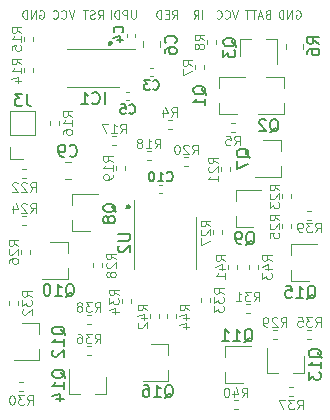
<source format=gbo>
%TF.GenerationSoftware,KiCad,Pcbnew,5.1.10-88a1d61d58~88~ubuntu18.04.1*%
%TF.CreationDate,2021-08-09T12:07:12+05:30*%
%TF.ProjectId,dhadak,64686164-616b-42e6-9b69-6361645f7063,1*%
%TF.SameCoordinates,Original*%
%TF.FileFunction,Legend,Bot*%
%TF.FilePolarity,Positive*%
%FSLAX46Y46*%
G04 Gerber Fmt 4.6, Leading zero omitted, Abs format (unit mm)*
G04 Created by KiCad (PCBNEW 5.1.10-88a1d61d58~88~ubuntu18.04.1) date 2021-08-09 12:07:12*
%MOMM*%
%LPD*%
G01*
G04 APERTURE LIST*
%ADD10C,0.400000*%
%ADD11C,0.110000*%
%ADD12C,0.120000*%
%ADD13C,0.150000*%
%ADD14C,0.130000*%
G04 APERTURE END LIST*
D10*
X126544605Y-96647000D02*
G75*
G03*
X126544605Y-96647000I-52605J0D01*
G01*
D11*
X128701666Y-93850666D02*
X128701666Y-94417333D01*
X128668333Y-94484000D01*
X128635000Y-94517333D01*
X128568333Y-94550666D01*
X128435000Y-94550666D01*
X128368333Y-94517333D01*
X128335000Y-94484000D01*
X128301666Y-94417333D01*
X128301666Y-93850666D01*
X127968333Y-94550666D02*
X127968333Y-93850666D01*
X127701666Y-93850666D01*
X127635000Y-93884000D01*
X127601666Y-93917333D01*
X127568333Y-93984000D01*
X127568333Y-94084000D01*
X127601666Y-94150666D01*
X127635000Y-94184000D01*
X127701666Y-94217333D01*
X127968333Y-94217333D01*
X127268333Y-94550666D02*
X127268333Y-93850666D01*
X127101666Y-93850666D01*
X127001666Y-93884000D01*
X126935000Y-93950666D01*
X126901666Y-94017333D01*
X126868333Y-94150666D01*
X126868333Y-94250666D01*
X126901666Y-94384000D01*
X126935000Y-94450666D01*
X127001666Y-94517333D01*
X127101666Y-94550666D01*
X127268333Y-94550666D01*
X126568333Y-94550666D02*
X126568333Y-93850666D01*
X125478333Y-94550666D02*
X125711666Y-94217333D01*
X125878333Y-94550666D02*
X125878333Y-93850666D01*
X125611666Y-93850666D01*
X125545000Y-93884000D01*
X125511666Y-93917333D01*
X125478333Y-93984000D01*
X125478333Y-94084000D01*
X125511666Y-94150666D01*
X125545000Y-94184000D01*
X125611666Y-94217333D01*
X125878333Y-94217333D01*
X125211666Y-94517333D02*
X125111666Y-94550666D01*
X124945000Y-94550666D01*
X124878333Y-94517333D01*
X124845000Y-94484000D01*
X124811666Y-94417333D01*
X124811666Y-94350666D01*
X124845000Y-94284000D01*
X124878333Y-94250666D01*
X124945000Y-94217333D01*
X125078333Y-94184000D01*
X125145000Y-94150666D01*
X125178333Y-94117333D01*
X125211666Y-94050666D01*
X125211666Y-93984000D01*
X125178333Y-93917333D01*
X125145000Y-93884000D01*
X125078333Y-93850666D01*
X124911666Y-93850666D01*
X124811666Y-93884000D01*
X124611666Y-93850666D02*
X124211666Y-93850666D01*
X124411666Y-94550666D02*
X124411666Y-93850666D01*
X123488333Y-93850666D02*
X123255000Y-94550666D01*
X123021666Y-93850666D01*
X122388333Y-94484000D02*
X122421666Y-94517333D01*
X122521666Y-94550666D01*
X122588333Y-94550666D01*
X122688333Y-94517333D01*
X122755000Y-94450666D01*
X122788333Y-94384000D01*
X122821666Y-94250666D01*
X122821666Y-94150666D01*
X122788333Y-94017333D01*
X122755000Y-93950666D01*
X122688333Y-93884000D01*
X122588333Y-93850666D01*
X122521666Y-93850666D01*
X122421666Y-93884000D01*
X122388333Y-93917333D01*
X121688333Y-94484000D02*
X121721666Y-94517333D01*
X121821666Y-94550666D01*
X121888333Y-94550666D01*
X121988333Y-94517333D01*
X122055000Y-94450666D01*
X122088333Y-94384000D01*
X122121666Y-94250666D01*
X122121666Y-94150666D01*
X122088333Y-94017333D01*
X122055000Y-93950666D01*
X121988333Y-93884000D01*
X121888333Y-93850666D01*
X121821666Y-93850666D01*
X121721666Y-93884000D01*
X121688333Y-93917333D01*
X120548333Y-93884000D02*
X120615000Y-93850666D01*
X120715000Y-93850666D01*
X120815000Y-93884000D01*
X120881666Y-93950666D01*
X120915000Y-94017333D01*
X120948333Y-94150666D01*
X120948333Y-94250666D01*
X120915000Y-94384000D01*
X120881666Y-94450666D01*
X120815000Y-94517333D01*
X120715000Y-94550666D01*
X120648333Y-94550666D01*
X120548333Y-94517333D01*
X120515000Y-94484000D01*
X120515000Y-94250666D01*
X120648333Y-94250666D01*
X120215000Y-94550666D02*
X120215000Y-93850666D01*
X119815000Y-94550666D01*
X119815000Y-93850666D01*
X119481666Y-94550666D02*
X119481666Y-93850666D01*
X119315000Y-93850666D01*
X119215000Y-93884000D01*
X119148333Y-93950666D01*
X119115000Y-94017333D01*
X119081666Y-94150666D01*
X119081666Y-94250666D01*
X119115000Y-94384000D01*
X119148333Y-94450666D01*
X119215000Y-94517333D01*
X119315000Y-94550666D01*
X119481666Y-94550666D01*
X142265333Y-93884000D02*
X142332000Y-93850666D01*
X142432000Y-93850666D01*
X142532000Y-93884000D01*
X142598666Y-93950666D01*
X142632000Y-94017333D01*
X142665333Y-94150666D01*
X142665333Y-94250666D01*
X142632000Y-94384000D01*
X142598666Y-94450666D01*
X142532000Y-94517333D01*
X142432000Y-94550666D01*
X142365333Y-94550666D01*
X142265333Y-94517333D01*
X142232000Y-94484000D01*
X142232000Y-94250666D01*
X142365333Y-94250666D01*
X141932000Y-94550666D02*
X141932000Y-93850666D01*
X141532000Y-94550666D01*
X141532000Y-93850666D01*
X141198666Y-94550666D02*
X141198666Y-93850666D01*
X141032000Y-93850666D01*
X140932000Y-93884000D01*
X140865333Y-93950666D01*
X140832000Y-94017333D01*
X140798666Y-94150666D01*
X140798666Y-94250666D01*
X140832000Y-94384000D01*
X140865333Y-94450666D01*
X140932000Y-94517333D01*
X141032000Y-94550666D01*
X141198666Y-94550666D01*
X139848333Y-94184000D02*
X139748333Y-94217333D01*
X139715000Y-94250666D01*
X139681666Y-94317333D01*
X139681666Y-94417333D01*
X139715000Y-94484000D01*
X139748333Y-94517333D01*
X139815000Y-94550666D01*
X140081666Y-94550666D01*
X140081666Y-93850666D01*
X139848333Y-93850666D01*
X139781666Y-93884000D01*
X139748333Y-93917333D01*
X139715000Y-93984000D01*
X139715000Y-94050666D01*
X139748333Y-94117333D01*
X139781666Y-94150666D01*
X139848333Y-94184000D01*
X140081666Y-94184000D01*
X139415000Y-94350666D02*
X139081666Y-94350666D01*
X139481666Y-94550666D02*
X139248333Y-93850666D01*
X139015000Y-94550666D01*
X138881666Y-93850666D02*
X138481666Y-93850666D01*
X138681666Y-94550666D02*
X138681666Y-93850666D01*
X138348333Y-93850666D02*
X137948333Y-93850666D01*
X138148333Y-94550666D02*
X138148333Y-93850666D01*
X137331333Y-93850666D02*
X137098000Y-94550666D01*
X136864666Y-93850666D01*
X136231333Y-94484000D02*
X136264666Y-94517333D01*
X136364666Y-94550666D01*
X136431333Y-94550666D01*
X136531333Y-94517333D01*
X136598000Y-94450666D01*
X136631333Y-94384000D01*
X136664666Y-94250666D01*
X136664666Y-94150666D01*
X136631333Y-94017333D01*
X136598000Y-93950666D01*
X136531333Y-93884000D01*
X136431333Y-93850666D01*
X136364666Y-93850666D01*
X136264666Y-93884000D01*
X136231333Y-93917333D01*
X135531333Y-94484000D02*
X135564666Y-94517333D01*
X135664666Y-94550666D01*
X135731333Y-94550666D01*
X135831333Y-94517333D01*
X135898000Y-94450666D01*
X135931333Y-94384000D01*
X135964666Y-94250666D01*
X135964666Y-94150666D01*
X135931333Y-94017333D01*
X135898000Y-93950666D01*
X135831333Y-93884000D01*
X135731333Y-93850666D01*
X135664666Y-93850666D01*
X135564666Y-93884000D01*
X135531333Y-93917333D01*
X134335000Y-94550666D02*
X134335000Y-93850666D01*
X133601666Y-94550666D02*
X133835000Y-94217333D01*
X134001666Y-94550666D02*
X134001666Y-93850666D01*
X133735000Y-93850666D01*
X133668333Y-93884000D01*
X133635000Y-93917333D01*
X133601666Y-93984000D01*
X133601666Y-94084000D01*
X133635000Y-94150666D01*
X133668333Y-94184000D01*
X133735000Y-94217333D01*
X134001666Y-94217333D01*
X131768000Y-94550666D02*
X132001333Y-94217333D01*
X132168000Y-94550666D02*
X132168000Y-93850666D01*
X131901333Y-93850666D01*
X131834666Y-93884000D01*
X131801333Y-93917333D01*
X131768000Y-93984000D01*
X131768000Y-94084000D01*
X131801333Y-94150666D01*
X131834666Y-94184000D01*
X131901333Y-94217333D01*
X132168000Y-94217333D01*
X131468000Y-94184000D02*
X131234666Y-94184000D01*
X131134666Y-94550666D02*
X131468000Y-94550666D01*
X131468000Y-93850666D01*
X131134666Y-93850666D01*
X130834666Y-94550666D02*
X130834666Y-93850666D01*
X130668000Y-93850666D01*
X130568000Y-93884000D01*
X130501333Y-93950666D01*
X130468000Y-94017333D01*
X130434666Y-94150666D01*
X130434666Y-94250666D01*
X130468000Y-94384000D01*
X130501333Y-94450666D01*
X130568000Y-94517333D01*
X130668000Y-94550666D01*
X130834666Y-94550666D01*
D10*
X128068605Y-110490000D02*
G75*
G03*
X128068605Y-110490000I-52605J0D01*
G01*
D12*
%TO.C,C6*%
X129313000Y-96451748D02*
X129313000Y-96974252D01*
X130783000Y-96451748D02*
X130783000Y-96974252D01*
%TO.C,C9*%
X122674748Y-106707000D02*
X123197252Y-106707000D01*
X122674748Y-108177000D02*
X123197252Y-108177000D01*
%TO.C,U2*%
X128581000Y-113538000D02*
X128581000Y-109938000D01*
X128581000Y-113538000D02*
X128581000Y-115738000D01*
X133801000Y-113538000D02*
X133801000Y-111338000D01*
X133801000Y-113538000D02*
X133801000Y-115738000D01*
%TO.C,C3*%
X129912164Y-98700000D02*
X130127836Y-98700000D01*
X129912164Y-99420000D02*
X130127836Y-99420000D01*
%TO.C,C4*%
X127910000Y-95876164D02*
X127910000Y-96091836D01*
X128630000Y-95876164D02*
X128630000Y-96091836D01*
%TO.C,C5*%
X127908164Y-101452000D02*
X128123836Y-101452000D01*
X127908164Y-100732000D02*
X128123836Y-100732000D01*
%TO.C,C10*%
X130702164Y-108606000D02*
X130917836Y-108606000D01*
X130702164Y-109326000D02*
X130917836Y-109326000D01*
%TO.C,IC1*%
X125049999Y-100379001D02*
X122849999Y-100379001D01*
X125049999Y-100379001D02*
X127249999Y-100379001D01*
X125049999Y-97159001D02*
X122849999Y-97159001D01*
X125049999Y-97159001D02*
X128649999Y-97159001D01*
%TO.C,J3*%
X118066000Y-106470000D02*
X119126000Y-106470000D01*
X118066000Y-105410000D02*
X118066000Y-106470000D01*
X118066000Y-104410000D02*
X120186000Y-104410000D01*
X120186000Y-104410000D02*
X120186000Y-102350000D01*
X118066000Y-104410000D02*
X118066000Y-102350000D01*
X118066000Y-102350000D02*
X120186000Y-102350000D01*
%TO.C,Q1*%
X135765000Y-102672000D02*
X135765000Y-101742000D01*
X135765000Y-99512000D02*
X135765000Y-100442000D01*
X135765000Y-99512000D02*
X137925000Y-99512000D01*
X135765000Y-102672000D02*
X137225000Y-102672000D01*
%TO.C,Q2*%
X141222000Y-99512000D02*
X141222000Y-100442000D01*
X141222000Y-102672000D02*
X141222000Y-101742000D01*
X141222000Y-102672000D02*
X139062000Y-102672000D01*
X141222000Y-99512000D02*
X139762000Y-99512000D01*
%TO.C,Q3*%
X137485000Y-96268000D02*
X137485000Y-97728000D01*
X140645000Y-96268000D02*
X140645000Y-98428000D01*
X140645000Y-96268000D02*
X139715000Y-96268000D01*
X137485000Y-96268000D02*
X138415000Y-96268000D01*
%TO.C,Q7*%
X140952000Y-104846000D02*
X140952000Y-105776000D01*
X140952000Y-108006000D02*
X140952000Y-107076000D01*
X140952000Y-108006000D02*
X138792000Y-108006000D01*
X140952000Y-104846000D02*
X139492000Y-104846000D01*
%TO.C,Q8*%
X123319000Y-112578000D02*
X123319000Y-111648000D01*
X123319000Y-109418000D02*
X123319000Y-110348000D01*
X123319000Y-109418000D02*
X125479000Y-109418000D01*
X123319000Y-112578000D02*
X124779000Y-112578000D01*
%TO.C,Q9*%
X137162000Y-112197000D02*
X137162000Y-111267000D01*
X137162000Y-109037000D02*
X137162000Y-109967000D01*
X137162000Y-109037000D02*
X139322000Y-109037000D01*
X137162000Y-112197000D02*
X138622000Y-112197000D01*
%TO.C,Q10*%
X122934000Y-113482000D02*
X121474000Y-113482000D01*
X122934000Y-116642000D02*
X120774000Y-116642000D01*
X122934000Y-116642000D02*
X122934000Y-115712000D01*
X122934000Y-113482000D02*
X122934000Y-114412000D01*
%TO.C,Q11*%
X136273000Y-125405000D02*
X136273000Y-124475000D01*
X136273000Y-122245000D02*
X136273000Y-123175000D01*
X136273000Y-122245000D02*
X138433000Y-122245000D01*
X136273000Y-125405000D02*
X137733000Y-125405000D01*
%TO.C,Q12*%
X120521000Y-120340000D02*
X119061000Y-120340000D01*
X120521000Y-123500000D02*
X118361000Y-123500000D01*
X120521000Y-123500000D02*
X120521000Y-122570000D01*
X120521000Y-120340000D02*
X120521000Y-121270000D01*
%TO.C,Q13*%
X142931000Y-124601000D02*
X142001000Y-124601000D01*
X139771000Y-124601000D02*
X140701000Y-124601000D01*
X139771000Y-124601000D02*
X139771000Y-122441000D01*
X142931000Y-124601000D02*
X142931000Y-123141000D01*
%TO.C,Q14*%
X126167000Y-126363000D02*
X126167000Y-124903000D01*
X123007000Y-126363000D02*
X123007000Y-124203000D01*
X123007000Y-126363000D02*
X123937000Y-126363000D01*
X126167000Y-126363000D02*
X125237000Y-126363000D01*
%TO.C,Q15*%
X141861000Y-116769000D02*
X143321000Y-116769000D01*
X141861000Y-113609000D02*
X144021000Y-113609000D01*
X141861000Y-113609000D02*
X141861000Y-114539000D01*
X141861000Y-116769000D02*
X141861000Y-115839000D01*
%TO.C,Q16*%
X131459000Y-122118000D02*
X129999000Y-122118000D01*
X131459000Y-125278000D02*
X129299000Y-125278000D01*
X131459000Y-125278000D02*
X131459000Y-124348000D01*
X131459000Y-122118000D02*
X131459000Y-123048000D01*
%TO.C,R4*%
X131725641Y-103885000D02*
X131418359Y-103885000D01*
X131725641Y-103125000D02*
X131418359Y-103125000D01*
%TO.C,R5*%
X137059641Y-104139000D02*
X136752359Y-104139000D01*
X137059641Y-103379000D02*
X136752359Y-103379000D01*
%TO.C,R6*%
X142848000Y-96673936D02*
X142848000Y-97128064D01*
X141378000Y-96673936D02*
X141378000Y-97128064D01*
%TO.C,R7*%
X134492000Y-98523359D02*
X134492000Y-98830641D01*
X133732000Y-98523359D02*
X133732000Y-98830641D01*
%TO.C,R8*%
X134748000Y-96364359D02*
X134748000Y-96671641D01*
X135508000Y-96364359D02*
X135508000Y-96671641D01*
%TO.C,R14*%
X119254000Y-99088641D02*
X119254000Y-98781359D01*
X120014000Y-99088641D02*
X120014000Y-98781359D01*
%TO.C,R15*%
X119254000Y-96110359D02*
X119254000Y-96417641D01*
X120014000Y-96110359D02*
X120014000Y-96417641D01*
%TO.C,R16*%
X122173000Y-103224359D02*
X122173000Y-103531641D01*
X121413000Y-103224359D02*
X121413000Y-103531641D01*
%TO.C,R17*%
X127024641Y-104522000D02*
X126717359Y-104522000D01*
X127024641Y-105282000D02*
X126717359Y-105282000D01*
%TO.C,R18*%
X129947641Y-106552000D02*
X129640359Y-106552000D01*
X129947641Y-105792000D02*
X129640359Y-105792000D01*
%TO.C,R19*%
X127761000Y-107339641D02*
X127761000Y-107032359D01*
X127001000Y-107339641D02*
X127001000Y-107032359D01*
%TO.C,R20*%
X133122641Y-106300000D02*
X132815359Y-106300000D01*
X133122641Y-107060000D02*
X132815359Y-107060000D01*
%TO.C,R21*%
X135891000Y-107161359D02*
X135891000Y-107468641D01*
X136651000Y-107161359D02*
X136651000Y-107468641D01*
%TO.C,R22*%
X119099359Y-107316000D02*
X119406641Y-107316000D01*
X119099359Y-108076000D02*
X119406641Y-108076000D01*
%TO.C,R23*%
X141098000Y-109449359D02*
X141098000Y-109756641D01*
X141858000Y-109449359D02*
X141858000Y-109756641D01*
%TO.C,R24*%
X119099359Y-111253000D02*
X119406641Y-111253000D01*
X119099359Y-112013000D02*
X119406641Y-112013000D01*
%TO.C,R25*%
X141858000Y-112292641D02*
X141858000Y-111985359D01*
X141098000Y-112292641D02*
X141098000Y-111985359D01*
%TO.C,R26*%
X119000000Y-114453641D02*
X119000000Y-114146359D01*
X119760000Y-114453641D02*
X119760000Y-114146359D01*
%TO.C,R27*%
X136016000Y-112497359D02*
X136016000Y-112804641D01*
X135256000Y-112497359D02*
X135256000Y-112804641D01*
%TO.C,R28*%
X125096000Y-115289359D02*
X125096000Y-115596641D01*
X125856000Y-115289359D02*
X125856000Y-115596641D01*
%TO.C,R29*%
X140308359Y-120905000D02*
X140615641Y-120905000D01*
X140308359Y-121665000D02*
X140615641Y-121665000D01*
%TO.C,R30*%
X118843359Y-126110000D02*
X119150641Y-126110000D01*
X118843359Y-125350000D02*
X119150641Y-125350000D01*
%TO.C,R31*%
X138022359Y-119506000D02*
X138329641Y-119506000D01*
X138022359Y-118746000D02*
X138329641Y-118746000D01*
%TO.C,R32*%
X117984000Y-118771641D02*
X117984000Y-118464359D01*
X118744000Y-118771641D02*
X118744000Y-118464359D01*
%TO.C,R33*%
X134240000Y-118517641D02*
X134240000Y-118210359D01*
X135000000Y-118517641D02*
X135000000Y-118210359D01*
%TO.C,R34*%
X128269000Y-118644641D02*
X128269000Y-118337359D01*
X127509000Y-118644641D02*
X127509000Y-118337359D01*
%TO.C,R35*%
X143229359Y-120905000D02*
X143536641Y-120905000D01*
X143229359Y-121665000D02*
X143536641Y-121665000D01*
%TO.C,R36*%
X124867641Y-122302000D02*
X124560359Y-122302000D01*
X124867641Y-123062000D02*
X124560359Y-123062000D01*
%TO.C,R37*%
X141703359Y-125731000D02*
X142010641Y-125731000D01*
X141703359Y-126491000D02*
X142010641Y-126491000D01*
%TO.C,R38*%
X124867641Y-120395000D02*
X124560359Y-120395000D01*
X124867641Y-119635000D02*
X124560359Y-119635000D01*
%TO.C,R39*%
X143229359Y-111632000D02*
X143536641Y-111632000D01*
X143229359Y-110872000D02*
X143536641Y-110872000D01*
%TO.C,R40*%
X137006359Y-126874000D02*
X137313641Y-126874000D01*
X137006359Y-127634000D02*
X137313641Y-127634000D01*
%TO.C,R41*%
X136526000Y-115721641D02*
X136526000Y-115414359D01*
X137286000Y-115721641D02*
X137286000Y-115414359D01*
%TO.C,R42*%
X130682000Y-119916641D02*
X130682000Y-119609359D01*
X129922000Y-119916641D02*
X129922000Y-119609359D01*
%TO.C,R43*%
X138304000Y-115721641D02*
X138304000Y-115414359D01*
X139064000Y-115721641D02*
X139064000Y-115414359D01*
%TO.C,R44*%
X132079000Y-119914641D02*
X132079000Y-119607359D01*
X131319000Y-119914641D02*
X131319000Y-119607359D01*
%TO.C,C6*%
D13*
X132056142Y-96607333D02*
X132103761Y-96559714D01*
X132151380Y-96416857D01*
X132151380Y-96321619D01*
X132103761Y-96178761D01*
X132008523Y-96083523D01*
X131913285Y-96035904D01*
X131722809Y-95988285D01*
X131579952Y-95988285D01*
X131389476Y-96035904D01*
X131294238Y-96083523D01*
X131199000Y-96178761D01*
X131151380Y-96321619D01*
X131151380Y-96416857D01*
X131199000Y-96559714D01*
X131246619Y-96607333D01*
X131151380Y-97464476D02*
X131151380Y-97274000D01*
X131199000Y-97178761D01*
X131246619Y-97131142D01*
X131389476Y-97035904D01*
X131579952Y-96988285D01*
X131960904Y-96988285D01*
X132056142Y-97035904D01*
X132103761Y-97083523D01*
X132151380Y-97178761D01*
X132151380Y-97369238D01*
X132103761Y-97464476D01*
X132056142Y-97512095D01*
X131960904Y-97559714D01*
X131722809Y-97559714D01*
X131627571Y-97512095D01*
X131579952Y-97464476D01*
X131532333Y-97369238D01*
X131532333Y-97178761D01*
X131579952Y-97083523D01*
X131627571Y-97035904D01*
X131722809Y-96988285D01*
%TO.C,C9*%
X123102666Y-106148142D02*
X123150285Y-106195761D01*
X123293142Y-106243380D01*
X123388380Y-106243380D01*
X123531238Y-106195761D01*
X123626476Y-106100523D01*
X123674095Y-106005285D01*
X123721714Y-105814809D01*
X123721714Y-105671952D01*
X123674095Y-105481476D01*
X123626476Y-105386238D01*
X123531238Y-105291000D01*
X123388380Y-105243380D01*
X123293142Y-105243380D01*
X123150285Y-105291000D01*
X123102666Y-105338619D01*
X122626476Y-106243380D02*
X122436000Y-106243380D01*
X122340761Y-106195761D01*
X122293142Y-106148142D01*
X122197904Y-106005285D01*
X122150285Y-105814809D01*
X122150285Y-105433857D01*
X122197904Y-105338619D01*
X122245523Y-105291000D01*
X122340761Y-105243380D01*
X122531238Y-105243380D01*
X122626476Y-105291000D01*
X122674095Y-105338619D01*
X122721714Y-105433857D01*
X122721714Y-105671952D01*
X122674095Y-105767190D01*
X122626476Y-105814809D01*
X122531238Y-105862428D01*
X122340761Y-105862428D01*
X122245523Y-105814809D01*
X122197904Y-105767190D01*
X122150285Y-105671952D01*
%TO.C,U2*%
X127214380Y-112776095D02*
X128023904Y-112776095D01*
X128119142Y-112823714D01*
X128166761Y-112871333D01*
X128214380Y-112966571D01*
X128214380Y-113157047D01*
X128166761Y-113252285D01*
X128119142Y-113299904D01*
X128023904Y-113347523D01*
X127214380Y-113347523D01*
X127309619Y-113776095D02*
X127262000Y-113823714D01*
X127214380Y-113918952D01*
X127214380Y-114157047D01*
X127262000Y-114252285D01*
X127309619Y-114299904D01*
X127404857Y-114347523D01*
X127500095Y-114347523D01*
X127642952Y-114299904D01*
X128214380Y-113728476D01*
X128214380Y-114347523D01*
%TO.C,C3*%
D14*
X130153333Y-100488714D02*
X130191428Y-100526809D01*
X130305714Y-100564904D01*
X130381904Y-100564904D01*
X130496190Y-100526809D01*
X130572380Y-100450619D01*
X130610476Y-100374428D01*
X130648571Y-100222047D01*
X130648571Y-100107761D01*
X130610476Y-99955380D01*
X130572380Y-99879190D01*
X130496190Y-99803000D01*
X130381904Y-99764904D01*
X130305714Y-99764904D01*
X130191428Y-99803000D01*
X130153333Y-99841095D01*
X129886666Y-99764904D02*
X129391428Y-99764904D01*
X129658095Y-100069666D01*
X129543809Y-100069666D01*
X129467619Y-100107761D01*
X129429523Y-100145857D01*
X129391428Y-100222047D01*
X129391428Y-100412523D01*
X129429523Y-100488714D01*
X129467619Y-100526809D01*
X129543809Y-100564904D01*
X129772380Y-100564904D01*
X129848571Y-100526809D01*
X129886666Y-100488714D01*
%TO.C,C4*%
X127539714Y-95723666D02*
X127577809Y-95685571D01*
X127615904Y-95571285D01*
X127615904Y-95495095D01*
X127577809Y-95380809D01*
X127501619Y-95304619D01*
X127425428Y-95266523D01*
X127273047Y-95228428D01*
X127158761Y-95228428D01*
X127006380Y-95266523D01*
X126930190Y-95304619D01*
X126854000Y-95380809D01*
X126815904Y-95495095D01*
X126815904Y-95571285D01*
X126854000Y-95685571D01*
X126892095Y-95723666D01*
X127082571Y-96409380D02*
X127615904Y-96409380D01*
X126777809Y-96218904D02*
X127349238Y-96028428D01*
X127349238Y-96523666D01*
%TO.C,C5*%
X128149333Y-102537714D02*
X128187428Y-102575809D01*
X128301714Y-102613904D01*
X128377904Y-102613904D01*
X128492190Y-102575809D01*
X128568380Y-102499619D01*
X128606476Y-102423428D01*
X128644571Y-102271047D01*
X128644571Y-102156761D01*
X128606476Y-102004380D01*
X128568380Y-101928190D01*
X128492190Y-101852000D01*
X128377904Y-101813904D01*
X128301714Y-101813904D01*
X128187428Y-101852000D01*
X128149333Y-101890095D01*
X127425523Y-101813904D02*
X127806476Y-101813904D01*
X127844571Y-102194857D01*
X127806476Y-102156761D01*
X127730285Y-102118666D01*
X127539809Y-102118666D01*
X127463619Y-102156761D01*
X127425523Y-102194857D01*
X127387428Y-102271047D01*
X127387428Y-102461523D01*
X127425523Y-102537714D01*
X127463619Y-102575809D01*
X127539809Y-102613904D01*
X127730285Y-102613904D01*
X127806476Y-102575809D01*
X127844571Y-102537714D01*
%TO.C,C10*%
X131324285Y-108235714D02*
X131362380Y-108273809D01*
X131476666Y-108311904D01*
X131552857Y-108311904D01*
X131667142Y-108273809D01*
X131743333Y-108197619D01*
X131781428Y-108121428D01*
X131819523Y-107969047D01*
X131819523Y-107854761D01*
X131781428Y-107702380D01*
X131743333Y-107626190D01*
X131667142Y-107550000D01*
X131552857Y-107511904D01*
X131476666Y-107511904D01*
X131362380Y-107550000D01*
X131324285Y-107588095D01*
X130562380Y-108311904D02*
X131019523Y-108311904D01*
X130790952Y-108311904D02*
X130790952Y-107511904D01*
X130867142Y-107626190D01*
X130943333Y-107702380D01*
X131019523Y-107740476D01*
X130067142Y-107511904D02*
X129990952Y-107511904D01*
X129914761Y-107550000D01*
X129876666Y-107588095D01*
X129838571Y-107664285D01*
X129800476Y-107816666D01*
X129800476Y-108007142D01*
X129838571Y-108159523D01*
X129876666Y-108235714D01*
X129914761Y-108273809D01*
X129990952Y-108311904D01*
X130067142Y-108311904D01*
X130143333Y-108273809D01*
X130181428Y-108235714D01*
X130219523Y-108159523D01*
X130257619Y-108007142D01*
X130257619Y-107816666D01*
X130219523Y-107664285D01*
X130181428Y-107588095D01*
X130143333Y-107550000D01*
X130067142Y-107511904D01*
%TO.C,IC1*%
D13*
X126071190Y-101798380D02*
X126071190Y-100798380D01*
X125023571Y-101703142D02*
X125071190Y-101750761D01*
X125214047Y-101798380D01*
X125309285Y-101798380D01*
X125452142Y-101750761D01*
X125547380Y-101655523D01*
X125595000Y-101560285D01*
X125642619Y-101369809D01*
X125642619Y-101226952D01*
X125595000Y-101036476D01*
X125547380Y-100941238D01*
X125452142Y-100846000D01*
X125309285Y-100798380D01*
X125214047Y-100798380D01*
X125071190Y-100846000D01*
X125023571Y-100893619D01*
X124071190Y-101798380D02*
X124642619Y-101798380D01*
X124356904Y-101798380D02*
X124356904Y-100798380D01*
X124452142Y-100941238D01*
X124547380Y-101036476D01*
X124642619Y-101084095D01*
%TO.C,J3*%
X119459333Y-100925380D02*
X119459333Y-101639666D01*
X119506952Y-101782523D01*
X119602190Y-101877761D01*
X119745047Y-101925380D01*
X119840285Y-101925380D01*
X119078380Y-100925380D02*
X118459333Y-100925380D01*
X118792666Y-101306333D01*
X118649809Y-101306333D01*
X118554571Y-101353952D01*
X118506952Y-101401571D01*
X118459333Y-101496809D01*
X118459333Y-101734904D01*
X118506952Y-101830142D01*
X118554571Y-101877761D01*
X118649809Y-101925380D01*
X118935523Y-101925380D01*
X119030761Y-101877761D01*
X119078380Y-101830142D01*
%TO.C,Q1*%
X134659619Y-100996761D02*
X134612000Y-100901523D01*
X134516761Y-100806285D01*
X134373904Y-100663428D01*
X134326285Y-100568190D01*
X134326285Y-100472952D01*
X134564380Y-100520571D02*
X134516761Y-100425333D01*
X134421523Y-100330095D01*
X134231047Y-100282476D01*
X133897714Y-100282476D01*
X133707238Y-100330095D01*
X133612000Y-100425333D01*
X133564380Y-100520571D01*
X133564380Y-100711047D01*
X133612000Y-100806285D01*
X133707238Y-100901523D01*
X133897714Y-100949142D01*
X134231047Y-100949142D01*
X134421523Y-100901523D01*
X134516761Y-100806285D01*
X134564380Y-100711047D01*
X134564380Y-100520571D01*
X134564380Y-101901523D02*
X134564380Y-101330095D01*
X134564380Y-101615809D02*
X133564380Y-101615809D01*
X133707238Y-101520571D01*
X133802476Y-101425333D01*
X133850095Y-101330095D01*
%TO.C,Q2*%
X140033238Y-104179619D02*
X140128476Y-104132000D01*
X140223714Y-104036761D01*
X140366571Y-103893904D01*
X140461809Y-103846285D01*
X140557047Y-103846285D01*
X140509428Y-104084380D02*
X140604666Y-104036761D01*
X140699904Y-103941523D01*
X140747523Y-103751047D01*
X140747523Y-103417714D01*
X140699904Y-103227238D01*
X140604666Y-103132000D01*
X140509428Y-103084380D01*
X140318952Y-103084380D01*
X140223714Y-103132000D01*
X140128476Y-103227238D01*
X140080857Y-103417714D01*
X140080857Y-103751047D01*
X140128476Y-103941523D01*
X140223714Y-104036761D01*
X140318952Y-104084380D01*
X140509428Y-104084380D01*
X139699904Y-103179619D02*
X139652285Y-103132000D01*
X139557047Y-103084380D01*
X139318952Y-103084380D01*
X139223714Y-103132000D01*
X139176095Y-103179619D01*
X139128476Y-103274857D01*
X139128476Y-103370095D01*
X139176095Y-103512952D01*
X139747523Y-104084380D01*
X139128476Y-104084380D01*
%TO.C,Q3*%
X137199619Y-96932761D02*
X137152000Y-96837523D01*
X137056761Y-96742285D01*
X136913904Y-96599428D01*
X136866285Y-96504190D01*
X136866285Y-96408952D01*
X137104380Y-96456571D02*
X137056761Y-96361333D01*
X136961523Y-96266095D01*
X136771047Y-96218476D01*
X136437714Y-96218476D01*
X136247238Y-96266095D01*
X136152000Y-96361333D01*
X136104380Y-96456571D01*
X136104380Y-96647047D01*
X136152000Y-96742285D01*
X136247238Y-96837523D01*
X136437714Y-96885142D01*
X136771047Y-96885142D01*
X136961523Y-96837523D01*
X137056761Y-96742285D01*
X137104380Y-96647047D01*
X137104380Y-96456571D01*
X136104380Y-97218476D02*
X136104380Y-97837523D01*
X136485333Y-97504190D01*
X136485333Y-97647047D01*
X136532952Y-97742285D01*
X136580571Y-97789904D01*
X136675809Y-97837523D01*
X136913904Y-97837523D01*
X137009142Y-97789904D01*
X137056761Y-97742285D01*
X137104380Y-97647047D01*
X137104380Y-97361333D01*
X137056761Y-97266095D01*
X137009142Y-97218476D01*
%TO.C,Q7*%
X138326619Y-106330761D02*
X138279000Y-106235523D01*
X138183761Y-106140285D01*
X138040904Y-105997428D01*
X137993285Y-105902190D01*
X137993285Y-105806952D01*
X138231380Y-105854571D02*
X138183761Y-105759333D01*
X138088523Y-105664095D01*
X137898047Y-105616476D01*
X137564714Y-105616476D01*
X137374238Y-105664095D01*
X137279000Y-105759333D01*
X137231380Y-105854571D01*
X137231380Y-106045047D01*
X137279000Y-106140285D01*
X137374238Y-106235523D01*
X137564714Y-106283142D01*
X137898047Y-106283142D01*
X138088523Y-106235523D01*
X138183761Y-106140285D01*
X138231380Y-106045047D01*
X138231380Y-105854571D01*
X137231380Y-106616476D02*
X137231380Y-107283142D01*
X138231380Y-106854571D01*
%TO.C,Q8*%
X127023619Y-110963761D02*
X126976000Y-110868523D01*
X126880761Y-110773285D01*
X126737904Y-110630428D01*
X126690285Y-110535190D01*
X126690285Y-110439952D01*
X126928380Y-110487571D02*
X126880761Y-110392333D01*
X126785523Y-110297095D01*
X126595047Y-110249476D01*
X126261714Y-110249476D01*
X126071238Y-110297095D01*
X125976000Y-110392333D01*
X125928380Y-110487571D01*
X125928380Y-110678047D01*
X125976000Y-110773285D01*
X126071238Y-110868523D01*
X126261714Y-110916142D01*
X126595047Y-110916142D01*
X126785523Y-110868523D01*
X126880761Y-110773285D01*
X126928380Y-110678047D01*
X126928380Y-110487571D01*
X126356952Y-111487571D02*
X126309333Y-111392333D01*
X126261714Y-111344714D01*
X126166476Y-111297095D01*
X126118857Y-111297095D01*
X126023619Y-111344714D01*
X125976000Y-111392333D01*
X125928380Y-111487571D01*
X125928380Y-111678047D01*
X125976000Y-111773285D01*
X126023619Y-111820904D01*
X126118857Y-111868523D01*
X126166476Y-111868523D01*
X126261714Y-111820904D01*
X126309333Y-111773285D01*
X126356952Y-111678047D01*
X126356952Y-111487571D01*
X126404571Y-111392333D01*
X126452190Y-111344714D01*
X126547428Y-111297095D01*
X126737904Y-111297095D01*
X126833142Y-111344714D01*
X126880761Y-111392333D01*
X126928380Y-111487571D01*
X126928380Y-111678047D01*
X126880761Y-111773285D01*
X126833142Y-111820904D01*
X126737904Y-111868523D01*
X126547428Y-111868523D01*
X126452190Y-111820904D01*
X126404571Y-111773285D01*
X126356952Y-111678047D01*
%TO.C,Q9*%
X138017238Y-113704619D02*
X138112476Y-113657000D01*
X138207714Y-113561761D01*
X138350571Y-113418904D01*
X138445809Y-113371285D01*
X138541047Y-113371285D01*
X138493428Y-113609380D02*
X138588666Y-113561761D01*
X138683904Y-113466523D01*
X138731523Y-113276047D01*
X138731523Y-112942714D01*
X138683904Y-112752238D01*
X138588666Y-112657000D01*
X138493428Y-112609380D01*
X138302952Y-112609380D01*
X138207714Y-112657000D01*
X138112476Y-112752238D01*
X138064857Y-112942714D01*
X138064857Y-113276047D01*
X138112476Y-113466523D01*
X138207714Y-113561761D01*
X138302952Y-113609380D01*
X138493428Y-113609380D01*
X137588666Y-113609380D02*
X137398190Y-113609380D01*
X137302952Y-113561761D01*
X137255333Y-113514142D01*
X137160095Y-113371285D01*
X137112476Y-113180809D01*
X137112476Y-112799857D01*
X137160095Y-112704619D01*
X137207714Y-112657000D01*
X137302952Y-112609380D01*
X137493428Y-112609380D01*
X137588666Y-112657000D01*
X137636285Y-112704619D01*
X137683904Y-112799857D01*
X137683904Y-113037952D01*
X137636285Y-113133190D01*
X137588666Y-113180809D01*
X137493428Y-113228428D01*
X137302952Y-113228428D01*
X137207714Y-113180809D01*
X137160095Y-113133190D01*
X137112476Y-113037952D01*
%TO.C,Q10*%
X122745428Y-118109619D02*
X122840666Y-118062000D01*
X122935904Y-117966761D01*
X123078761Y-117823904D01*
X123174000Y-117776285D01*
X123269238Y-117776285D01*
X123221619Y-118014380D02*
X123316857Y-117966761D01*
X123412095Y-117871523D01*
X123459714Y-117681047D01*
X123459714Y-117347714D01*
X123412095Y-117157238D01*
X123316857Y-117062000D01*
X123221619Y-117014380D01*
X123031142Y-117014380D01*
X122935904Y-117062000D01*
X122840666Y-117157238D01*
X122793047Y-117347714D01*
X122793047Y-117681047D01*
X122840666Y-117871523D01*
X122935904Y-117966761D01*
X123031142Y-118014380D01*
X123221619Y-118014380D01*
X121840666Y-118014380D02*
X122412095Y-118014380D01*
X122126380Y-118014380D02*
X122126380Y-117014380D01*
X122221619Y-117157238D01*
X122316857Y-117252476D01*
X122412095Y-117300095D01*
X121221619Y-117014380D02*
X121126380Y-117014380D01*
X121031142Y-117062000D01*
X120983523Y-117109619D01*
X120935904Y-117204857D01*
X120888285Y-117395333D01*
X120888285Y-117633428D01*
X120935904Y-117823904D01*
X120983523Y-117919142D01*
X121031142Y-117966761D01*
X121126380Y-118014380D01*
X121221619Y-118014380D01*
X121316857Y-117966761D01*
X121364476Y-117919142D01*
X121412095Y-117823904D01*
X121459714Y-117633428D01*
X121459714Y-117395333D01*
X121412095Y-117204857D01*
X121364476Y-117109619D01*
X121316857Y-117062000D01*
X121221619Y-117014380D01*
%TO.C,Q11*%
X137858428Y-121959619D02*
X137953666Y-121912000D01*
X138048904Y-121816761D01*
X138191761Y-121673904D01*
X138287000Y-121626285D01*
X138382238Y-121626285D01*
X138334619Y-121864380D02*
X138429857Y-121816761D01*
X138525095Y-121721523D01*
X138572714Y-121531047D01*
X138572714Y-121197714D01*
X138525095Y-121007238D01*
X138429857Y-120912000D01*
X138334619Y-120864380D01*
X138144142Y-120864380D01*
X138048904Y-120912000D01*
X137953666Y-121007238D01*
X137906047Y-121197714D01*
X137906047Y-121531047D01*
X137953666Y-121721523D01*
X138048904Y-121816761D01*
X138144142Y-121864380D01*
X138334619Y-121864380D01*
X136953666Y-121864380D02*
X137525095Y-121864380D01*
X137239380Y-121864380D02*
X137239380Y-120864380D01*
X137334619Y-121007238D01*
X137429857Y-121102476D01*
X137525095Y-121150095D01*
X136001285Y-121864380D02*
X136572714Y-121864380D01*
X136287000Y-121864380D02*
X136287000Y-120864380D01*
X136382238Y-121007238D01*
X136477476Y-121102476D01*
X136572714Y-121150095D01*
%TO.C,Q12*%
X122721619Y-121348571D02*
X122674000Y-121253333D01*
X122578761Y-121158095D01*
X122435904Y-121015238D01*
X122388285Y-120920000D01*
X122388285Y-120824761D01*
X122626380Y-120872380D02*
X122578761Y-120777142D01*
X122483523Y-120681904D01*
X122293047Y-120634285D01*
X121959714Y-120634285D01*
X121769238Y-120681904D01*
X121674000Y-120777142D01*
X121626380Y-120872380D01*
X121626380Y-121062857D01*
X121674000Y-121158095D01*
X121769238Y-121253333D01*
X121959714Y-121300952D01*
X122293047Y-121300952D01*
X122483523Y-121253333D01*
X122578761Y-121158095D01*
X122626380Y-121062857D01*
X122626380Y-120872380D01*
X122626380Y-122253333D02*
X122626380Y-121681904D01*
X122626380Y-121967619D02*
X121626380Y-121967619D01*
X121769238Y-121872380D01*
X121864476Y-121777142D01*
X121912095Y-121681904D01*
X121721619Y-122634285D02*
X121674000Y-122681904D01*
X121626380Y-122777142D01*
X121626380Y-123015238D01*
X121674000Y-123110476D01*
X121721619Y-123158095D01*
X121816857Y-123205714D01*
X121912095Y-123205714D01*
X122054952Y-123158095D01*
X122626380Y-122586666D01*
X122626380Y-123205714D01*
%TO.C,Q13*%
X144438619Y-123269571D02*
X144391000Y-123174333D01*
X144295761Y-123079095D01*
X144152904Y-122936238D01*
X144105285Y-122841000D01*
X144105285Y-122745761D01*
X144343380Y-122793380D02*
X144295761Y-122698142D01*
X144200523Y-122602904D01*
X144010047Y-122555285D01*
X143676714Y-122555285D01*
X143486238Y-122602904D01*
X143391000Y-122698142D01*
X143343380Y-122793380D01*
X143343380Y-122983857D01*
X143391000Y-123079095D01*
X143486238Y-123174333D01*
X143676714Y-123221952D01*
X144010047Y-123221952D01*
X144200523Y-123174333D01*
X144295761Y-123079095D01*
X144343380Y-122983857D01*
X144343380Y-122793380D01*
X144343380Y-124174333D02*
X144343380Y-123602904D01*
X144343380Y-123888619D02*
X143343380Y-123888619D01*
X143486238Y-123793380D01*
X143581476Y-123698142D01*
X143629095Y-123602904D01*
X143343380Y-124507666D02*
X143343380Y-125126714D01*
X143724333Y-124793380D01*
X143724333Y-124936238D01*
X143771952Y-125031476D01*
X143819571Y-125079095D01*
X143914809Y-125126714D01*
X144152904Y-125126714D01*
X144248142Y-125079095D01*
X144295761Y-125031476D01*
X144343380Y-124936238D01*
X144343380Y-124650523D01*
X144295761Y-124555285D01*
X144248142Y-124507666D01*
%TO.C,Q14*%
X122721619Y-125015571D02*
X122674000Y-124920333D01*
X122578761Y-124825095D01*
X122435904Y-124682238D01*
X122388285Y-124587000D01*
X122388285Y-124491761D01*
X122626380Y-124539380D02*
X122578761Y-124444142D01*
X122483523Y-124348904D01*
X122293047Y-124301285D01*
X121959714Y-124301285D01*
X121769238Y-124348904D01*
X121674000Y-124444142D01*
X121626380Y-124539380D01*
X121626380Y-124729857D01*
X121674000Y-124825095D01*
X121769238Y-124920333D01*
X121959714Y-124967952D01*
X122293047Y-124967952D01*
X122483523Y-124920333D01*
X122578761Y-124825095D01*
X122626380Y-124729857D01*
X122626380Y-124539380D01*
X122626380Y-125920333D02*
X122626380Y-125348904D01*
X122626380Y-125634619D02*
X121626380Y-125634619D01*
X121769238Y-125539380D01*
X121864476Y-125444142D01*
X121912095Y-125348904D01*
X121959714Y-126777476D02*
X122626380Y-126777476D01*
X121578761Y-126539380D02*
X122293047Y-126301285D01*
X122293047Y-126920333D01*
%TO.C,Q15*%
X143192428Y-118276619D02*
X143287666Y-118229000D01*
X143382904Y-118133761D01*
X143525761Y-117990904D01*
X143621000Y-117943285D01*
X143716238Y-117943285D01*
X143668619Y-118181380D02*
X143763857Y-118133761D01*
X143859095Y-118038523D01*
X143906714Y-117848047D01*
X143906714Y-117514714D01*
X143859095Y-117324238D01*
X143763857Y-117229000D01*
X143668619Y-117181380D01*
X143478142Y-117181380D01*
X143382904Y-117229000D01*
X143287666Y-117324238D01*
X143240047Y-117514714D01*
X143240047Y-117848047D01*
X143287666Y-118038523D01*
X143382904Y-118133761D01*
X143478142Y-118181380D01*
X143668619Y-118181380D01*
X142287666Y-118181380D02*
X142859095Y-118181380D01*
X142573380Y-118181380D02*
X142573380Y-117181380D01*
X142668619Y-117324238D01*
X142763857Y-117419476D01*
X142859095Y-117467095D01*
X141382904Y-117181380D02*
X141859095Y-117181380D01*
X141906714Y-117657571D01*
X141859095Y-117609952D01*
X141763857Y-117562333D01*
X141525761Y-117562333D01*
X141430523Y-117609952D01*
X141382904Y-117657571D01*
X141335285Y-117752809D01*
X141335285Y-117990904D01*
X141382904Y-118086142D01*
X141430523Y-118133761D01*
X141525761Y-118181380D01*
X141763857Y-118181380D01*
X141859095Y-118133761D01*
X141906714Y-118086142D01*
%TO.C,Q16*%
X131127428Y-126658619D02*
X131222666Y-126611000D01*
X131317904Y-126515761D01*
X131460761Y-126372904D01*
X131556000Y-126325285D01*
X131651238Y-126325285D01*
X131603619Y-126563380D02*
X131698857Y-126515761D01*
X131794095Y-126420523D01*
X131841714Y-126230047D01*
X131841714Y-125896714D01*
X131794095Y-125706238D01*
X131698857Y-125611000D01*
X131603619Y-125563380D01*
X131413142Y-125563380D01*
X131317904Y-125611000D01*
X131222666Y-125706238D01*
X131175047Y-125896714D01*
X131175047Y-126230047D01*
X131222666Y-126420523D01*
X131317904Y-126515761D01*
X131413142Y-126563380D01*
X131603619Y-126563380D01*
X130222666Y-126563380D02*
X130794095Y-126563380D01*
X130508380Y-126563380D02*
X130508380Y-125563380D01*
X130603619Y-125706238D01*
X130698857Y-125801476D01*
X130794095Y-125849095D01*
X129365523Y-125563380D02*
X129556000Y-125563380D01*
X129651238Y-125611000D01*
X129698857Y-125658619D01*
X129794095Y-125801476D01*
X129841714Y-125991952D01*
X129841714Y-126372904D01*
X129794095Y-126468142D01*
X129746476Y-126515761D01*
X129651238Y-126563380D01*
X129460761Y-126563380D01*
X129365523Y-126515761D01*
X129317904Y-126468142D01*
X129270285Y-126372904D01*
X129270285Y-126134809D01*
X129317904Y-126039571D01*
X129365523Y-125991952D01*
X129460761Y-125944333D01*
X129651238Y-125944333D01*
X129746476Y-125991952D01*
X129794095Y-126039571D01*
X129841714Y-126134809D01*
%TO.C,R4*%
D12*
X131705333Y-102850904D02*
X131972000Y-102469952D01*
X132162476Y-102850904D02*
X132162476Y-102050904D01*
X131857714Y-102050904D01*
X131781523Y-102089000D01*
X131743428Y-102127095D01*
X131705333Y-102203285D01*
X131705333Y-102317571D01*
X131743428Y-102393761D01*
X131781523Y-102431857D01*
X131857714Y-102469952D01*
X132162476Y-102469952D01*
X131019619Y-102317571D02*
X131019619Y-102850904D01*
X131210095Y-102012809D02*
X131400571Y-102584238D01*
X130905333Y-102584238D01*
%TO.C,R5*%
X137039333Y-105263904D02*
X137306000Y-104882952D01*
X137496476Y-105263904D02*
X137496476Y-104463904D01*
X137191714Y-104463904D01*
X137115523Y-104502000D01*
X137077428Y-104540095D01*
X137039333Y-104616285D01*
X137039333Y-104730571D01*
X137077428Y-104806761D01*
X137115523Y-104844857D01*
X137191714Y-104882952D01*
X137496476Y-104882952D01*
X136315523Y-104463904D02*
X136696476Y-104463904D01*
X136734571Y-104844857D01*
X136696476Y-104806761D01*
X136620285Y-104768666D01*
X136429809Y-104768666D01*
X136353619Y-104806761D01*
X136315523Y-104844857D01*
X136277428Y-104921047D01*
X136277428Y-105111523D01*
X136315523Y-105187714D01*
X136353619Y-105225809D01*
X136429809Y-105263904D01*
X136620285Y-105263904D01*
X136696476Y-105225809D01*
X136734571Y-105187714D01*
%TO.C,R6*%
D13*
X144216380Y-96710833D02*
X143740190Y-96377500D01*
X144216380Y-96139404D02*
X143216380Y-96139404D01*
X143216380Y-96520357D01*
X143264000Y-96615595D01*
X143311619Y-96663214D01*
X143406857Y-96710833D01*
X143549714Y-96710833D01*
X143644952Y-96663214D01*
X143692571Y-96615595D01*
X143740190Y-96520357D01*
X143740190Y-96139404D01*
X143216380Y-97567976D02*
X143216380Y-97377500D01*
X143264000Y-97282261D01*
X143311619Y-97234642D01*
X143454476Y-97139404D01*
X143644952Y-97091785D01*
X144025904Y-97091785D01*
X144121142Y-97139404D01*
X144168761Y-97187023D01*
X144216380Y-97282261D01*
X144216380Y-97472738D01*
X144168761Y-97567976D01*
X144121142Y-97615595D01*
X144025904Y-97663214D01*
X143787809Y-97663214D01*
X143692571Y-97615595D01*
X143644952Y-97567976D01*
X143597333Y-97472738D01*
X143597333Y-97282261D01*
X143644952Y-97187023D01*
X143692571Y-97139404D01*
X143787809Y-97091785D01*
%TO.C,R7*%
D12*
X133457904Y-98545666D02*
X133076952Y-98279000D01*
X133457904Y-98088523D02*
X132657904Y-98088523D01*
X132657904Y-98393285D01*
X132696000Y-98469476D01*
X132734095Y-98507571D01*
X132810285Y-98545666D01*
X132924571Y-98545666D01*
X133000761Y-98507571D01*
X133038857Y-98469476D01*
X133076952Y-98393285D01*
X133076952Y-98088523D01*
X132657904Y-98812333D02*
X132657904Y-99345666D01*
X133457904Y-99002809D01*
%TO.C,R8*%
X134473904Y-96386666D02*
X134092952Y-96120000D01*
X134473904Y-95929523D02*
X133673904Y-95929523D01*
X133673904Y-96234285D01*
X133712000Y-96310476D01*
X133750095Y-96348571D01*
X133826285Y-96386666D01*
X133940571Y-96386666D01*
X134016761Y-96348571D01*
X134054857Y-96310476D01*
X134092952Y-96234285D01*
X134092952Y-95929523D01*
X134016761Y-96843809D02*
X133978666Y-96767619D01*
X133940571Y-96729523D01*
X133864380Y-96691428D01*
X133826285Y-96691428D01*
X133750095Y-96729523D01*
X133712000Y-96767619D01*
X133673904Y-96843809D01*
X133673904Y-96996190D01*
X133712000Y-97072380D01*
X133750095Y-97110476D01*
X133826285Y-97148571D01*
X133864380Y-97148571D01*
X133940571Y-97110476D01*
X133978666Y-97072380D01*
X134016761Y-96996190D01*
X134016761Y-96843809D01*
X134054857Y-96767619D01*
X134092952Y-96729523D01*
X134169142Y-96691428D01*
X134321523Y-96691428D01*
X134397714Y-96729523D01*
X134435809Y-96767619D01*
X134473904Y-96843809D01*
X134473904Y-96996190D01*
X134435809Y-97072380D01*
X134397714Y-97110476D01*
X134321523Y-97148571D01*
X134169142Y-97148571D01*
X134092952Y-97110476D01*
X134054857Y-97072380D01*
X134016761Y-96996190D01*
%TO.C,R14*%
X118979904Y-98420714D02*
X118598952Y-98154047D01*
X118979904Y-97963571D02*
X118179904Y-97963571D01*
X118179904Y-98268333D01*
X118218000Y-98344523D01*
X118256095Y-98382619D01*
X118332285Y-98420714D01*
X118446571Y-98420714D01*
X118522761Y-98382619D01*
X118560857Y-98344523D01*
X118598952Y-98268333D01*
X118598952Y-97963571D01*
X118979904Y-99182619D02*
X118979904Y-98725476D01*
X118979904Y-98954047D02*
X118179904Y-98954047D01*
X118294190Y-98877857D01*
X118370380Y-98801666D01*
X118408476Y-98725476D01*
X118446571Y-99868333D02*
X118979904Y-99868333D01*
X118141809Y-99677857D02*
X118713238Y-99487380D01*
X118713238Y-99982619D01*
%TO.C,R15*%
X118979904Y-95749714D02*
X118598952Y-95483047D01*
X118979904Y-95292571D02*
X118179904Y-95292571D01*
X118179904Y-95597333D01*
X118218000Y-95673523D01*
X118256095Y-95711619D01*
X118332285Y-95749714D01*
X118446571Y-95749714D01*
X118522761Y-95711619D01*
X118560857Y-95673523D01*
X118598952Y-95597333D01*
X118598952Y-95292571D01*
X118979904Y-96511619D02*
X118979904Y-96054476D01*
X118979904Y-96283047D02*
X118179904Y-96283047D01*
X118294190Y-96206857D01*
X118370380Y-96130666D01*
X118408476Y-96054476D01*
X118179904Y-97235428D02*
X118179904Y-96854476D01*
X118560857Y-96816380D01*
X118522761Y-96854476D01*
X118484666Y-96930666D01*
X118484666Y-97121142D01*
X118522761Y-97197333D01*
X118560857Y-97235428D01*
X118637047Y-97273523D01*
X118827523Y-97273523D01*
X118903714Y-97235428D01*
X118941809Y-97197333D01*
X118979904Y-97121142D01*
X118979904Y-96930666D01*
X118941809Y-96854476D01*
X118903714Y-96816380D01*
%TO.C,R16*%
X123297904Y-102861714D02*
X122916952Y-102595047D01*
X123297904Y-102404571D02*
X122497904Y-102404571D01*
X122497904Y-102709333D01*
X122536000Y-102785523D01*
X122574095Y-102823619D01*
X122650285Y-102861714D01*
X122764571Y-102861714D01*
X122840761Y-102823619D01*
X122878857Y-102785523D01*
X122916952Y-102709333D01*
X122916952Y-102404571D01*
X123297904Y-103623619D02*
X123297904Y-103166476D01*
X123297904Y-103395047D02*
X122497904Y-103395047D01*
X122612190Y-103318857D01*
X122688380Y-103242666D01*
X122726476Y-103166476D01*
X122497904Y-104309333D02*
X122497904Y-104156952D01*
X122536000Y-104080761D01*
X122574095Y-104042666D01*
X122688380Y-103966476D01*
X122840761Y-103928380D01*
X123145523Y-103928380D01*
X123221714Y-103966476D01*
X123259809Y-104004571D01*
X123297904Y-104080761D01*
X123297904Y-104233142D01*
X123259809Y-104309333D01*
X123221714Y-104347428D01*
X123145523Y-104385523D01*
X122955047Y-104385523D01*
X122878857Y-104347428D01*
X122840761Y-104309333D01*
X122802666Y-104233142D01*
X122802666Y-104080761D01*
X122840761Y-104004571D01*
X122878857Y-103966476D01*
X122955047Y-103928380D01*
%TO.C,R17*%
X127385285Y-104247904D02*
X127651952Y-103866952D01*
X127842428Y-104247904D02*
X127842428Y-103447904D01*
X127537666Y-103447904D01*
X127461476Y-103486000D01*
X127423380Y-103524095D01*
X127385285Y-103600285D01*
X127385285Y-103714571D01*
X127423380Y-103790761D01*
X127461476Y-103828857D01*
X127537666Y-103866952D01*
X127842428Y-103866952D01*
X126623380Y-104247904D02*
X127080523Y-104247904D01*
X126851952Y-104247904D02*
X126851952Y-103447904D01*
X126928142Y-103562190D01*
X127004333Y-103638380D01*
X127080523Y-103676476D01*
X126356714Y-103447904D02*
X125823380Y-103447904D01*
X126166238Y-104247904D01*
%TO.C,R18*%
X130308285Y-105517904D02*
X130574952Y-105136952D01*
X130765428Y-105517904D02*
X130765428Y-104717904D01*
X130460666Y-104717904D01*
X130384476Y-104756000D01*
X130346380Y-104794095D01*
X130308285Y-104870285D01*
X130308285Y-104984571D01*
X130346380Y-105060761D01*
X130384476Y-105098857D01*
X130460666Y-105136952D01*
X130765428Y-105136952D01*
X129546380Y-105517904D02*
X130003523Y-105517904D01*
X129774952Y-105517904D02*
X129774952Y-104717904D01*
X129851142Y-104832190D01*
X129927333Y-104908380D01*
X130003523Y-104946476D01*
X129089238Y-105060761D02*
X129165428Y-105022666D01*
X129203523Y-104984571D01*
X129241619Y-104908380D01*
X129241619Y-104870285D01*
X129203523Y-104794095D01*
X129165428Y-104756000D01*
X129089238Y-104717904D01*
X128936857Y-104717904D01*
X128860666Y-104756000D01*
X128822571Y-104794095D01*
X128784476Y-104870285D01*
X128784476Y-104908380D01*
X128822571Y-104984571D01*
X128860666Y-105022666D01*
X128936857Y-105060761D01*
X129089238Y-105060761D01*
X129165428Y-105098857D01*
X129203523Y-105136952D01*
X129241619Y-105213142D01*
X129241619Y-105365523D01*
X129203523Y-105441714D01*
X129165428Y-105479809D01*
X129089238Y-105517904D01*
X128936857Y-105517904D01*
X128860666Y-105479809D01*
X128822571Y-105441714D01*
X128784476Y-105365523D01*
X128784476Y-105213142D01*
X128822571Y-105136952D01*
X128860666Y-105098857D01*
X128936857Y-105060761D01*
%TO.C,R19*%
X126726904Y-106671714D02*
X126345952Y-106405047D01*
X126726904Y-106214571D02*
X125926904Y-106214571D01*
X125926904Y-106519333D01*
X125965000Y-106595523D01*
X126003095Y-106633619D01*
X126079285Y-106671714D01*
X126193571Y-106671714D01*
X126269761Y-106633619D01*
X126307857Y-106595523D01*
X126345952Y-106519333D01*
X126345952Y-106214571D01*
X126726904Y-107433619D02*
X126726904Y-106976476D01*
X126726904Y-107205047D02*
X125926904Y-107205047D01*
X126041190Y-107128857D01*
X126117380Y-107052666D01*
X126155476Y-106976476D01*
X126726904Y-107814571D02*
X126726904Y-107966952D01*
X126688809Y-108043142D01*
X126650714Y-108081238D01*
X126536428Y-108157428D01*
X126384047Y-108195523D01*
X126079285Y-108195523D01*
X126003095Y-108157428D01*
X125965000Y-108119333D01*
X125926904Y-108043142D01*
X125926904Y-107890761D01*
X125965000Y-107814571D01*
X126003095Y-107776476D01*
X126079285Y-107738380D01*
X126269761Y-107738380D01*
X126345952Y-107776476D01*
X126384047Y-107814571D01*
X126422142Y-107890761D01*
X126422142Y-108043142D01*
X126384047Y-108119333D01*
X126345952Y-108157428D01*
X126269761Y-108195523D01*
%TO.C,R20*%
X133483285Y-106025904D02*
X133749952Y-105644952D01*
X133940428Y-106025904D02*
X133940428Y-105225904D01*
X133635666Y-105225904D01*
X133559476Y-105264000D01*
X133521380Y-105302095D01*
X133483285Y-105378285D01*
X133483285Y-105492571D01*
X133521380Y-105568761D01*
X133559476Y-105606857D01*
X133635666Y-105644952D01*
X133940428Y-105644952D01*
X133178523Y-105302095D02*
X133140428Y-105264000D01*
X133064238Y-105225904D01*
X132873761Y-105225904D01*
X132797571Y-105264000D01*
X132759476Y-105302095D01*
X132721380Y-105378285D01*
X132721380Y-105454476D01*
X132759476Y-105568761D01*
X133216619Y-106025904D01*
X132721380Y-106025904D01*
X132226142Y-105225904D02*
X132149952Y-105225904D01*
X132073761Y-105264000D01*
X132035666Y-105302095D01*
X131997571Y-105378285D01*
X131959476Y-105530666D01*
X131959476Y-105721142D01*
X131997571Y-105873523D01*
X132035666Y-105949714D01*
X132073761Y-105987809D01*
X132149952Y-106025904D01*
X132226142Y-106025904D01*
X132302333Y-105987809D01*
X132340428Y-105949714D01*
X132378523Y-105873523D01*
X132416619Y-105721142D01*
X132416619Y-105530666D01*
X132378523Y-105378285D01*
X132340428Y-105302095D01*
X132302333Y-105264000D01*
X132226142Y-105225904D01*
%TO.C,R21*%
X135616904Y-106800714D02*
X135235952Y-106534047D01*
X135616904Y-106343571D02*
X134816904Y-106343571D01*
X134816904Y-106648333D01*
X134855000Y-106724523D01*
X134893095Y-106762619D01*
X134969285Y-106800714D01*
X135083571Y-106800714D01*
X135159761Y-106762619D01*
X135197857Y-106724523D01*
X135235952Y-106648333D01*
X135235952Y-106343571D01*
X134893095Y-107105476D02*
X134855000Y-107143571D01*
X134816904Y-107219761D01*
X134816904Y-107410238D01*
X134855000Y-107486428D01*
X134893095Y-107524523D01*
X134969285Y-107562619D01*
X135045476Y-107562619D01*
X135159761Y-107524523D01*
X135616904Y-107067380D01*
X135616904Y-107562619D01*
X135616904Y-108324523D02*
X135616904Y-107867380D01*
X135616904Y-108095952D02*
X134816904Y-108095952D01*
X134931190Y-108019761D01*
X135007380Y-107943571D01*
X135045476Y-107867380D01*
%TO.C,R22*%
X119765285Y-109200904D02*
X120031952Y-108819952D01*
X120222428Y-109200904D02*
X120222428Y-108400904D01*
X119917666Y-108400904D01*
X119841476Y-108439000D01*
X119803380Y-108477095D01*
X119765285Y-108553285D01*
X119765285Y-108667571D01*
X119803380Y-108743761D01*
X119841476Y-108781857D01*
X119917666Y-108819952D01*
X120222428Y-108819952D01*
X119460523Y-108477095D02*
X119422428Y-108439000D01*
X119346238Y-108400904D01*
X119155761Y-108400904D01*
X119079571Y-108439000D01*
X119041476Y-108477095D01*
X119003380Y-108553285D01*
X119003380Y-108629476D01*
X119041476Y-108743761D01*
X119498619Y-109200904D01*
X119003380Y-109200904D01*
X118698619Y-108477095D02*
X118660523Y-108439000D01*
X118584333Y-108400904D01*
X118393857Y-108400904D01*
X118317666Y-108439000D01*
X118279571Y-108477095D01*
X118241476Y-108553285D01*
X118241476Y-108629476D01*
X118279571Y-108743761D01*
X118736714Y-109200904D01*
X118241476Y-109200904D01*
%TO.C,R23*%
X140823904Y-109086714D02*
X140442952Y-108820047D01*
X140823904Y-108629571D02*
X140023904Y-108629571D01*
X140023904Y-108934333D01*
X140062000Y-109010523D01*
X140100095Y-109048619D01*
X140176285Y-109086714D01*
X140290571Y-109086714D01*
X140366761Y-109048619D01*
X140404857Y-109010523D01*
X140442952Y-108934333D01*
X140442952Y-108629571D01*
X140100095Y-109391476D02*
X140062000Y-109429571D01*
X140023904Y-109505761D01*
X140023904Y-109696238D01*
X140062000Y-109772428D01*
X140100095Y-109810523D01*
X140176285Y-109848619D01*
X140252476Y-109848619D01*
X140366761Y-109810523D01*
X140823904Y-109353380D01*
X140823904Y-109848619D01*
X140023904Y-110115285D02*
X140023904Y-110610523D01*
X140328666Y-110343857D01*
X140328666Y-110458142D01*
X140366761Y-110534333D01*
X140404857Y-110572428D01*
X140481047Y-110610523D01*
X140671523Y-110610523D01*
X140747714Y-110572428D01*
X140785809Y-110534333D01*
X140823904Y-110458142D01*
X140823904Y-110229571D01*
X140785809Y-110153380D01*
X140747714Y-110115285D01*
%TO.C,R24*%
X119769285Y-110978904D02*
X120035952Y-110597952D01*
X120226428Y-110978904D02*
X120226428Y-110178904D01*
X119921666Y-110178904D01*
X119845476Y-110217000D01*
X119807380Y-110255095D01*
X119769285Y-110331285D01*
X119769285Y-110445571D01*
X119807380Y-110521761D01*
X119845476Y-110559857D01*
X119921666Y-110597952D01*
X120226428Y-110597952D01*
X119464523Y-110255095D02*
X119426428Y-110217000D01*
X119350238Y-110178904D01*
X119159761Y-110178904D01*
X119083571Y-110217000D01*
X119045476Y-110255095D01*
X119007380Y-110331285D01*
X119007380Y-110407476D01*
X119045476Y-110521761D01*
X119502619Y-110978904D01*
X119007380Y-110978904D01*
X118321666Y-110445571D02*
X118321666Y-110978904D01*
X118512142Y-110140809D02*
X118702619Y-110712238D01*
X118207380Y-110712238D01*
%TO.C,R25*%
X140823904Y-111622714D02*
X140442952Y-111356047D01*
X140823904Y-111165571D02*
X140023904Y-111165571D01*
X140023904Y-111470333D01*
X140062000Y-111546523D01*
X140100095Y-111584619D01*
X140176285Y-111622714D01*
X140290571Y-111622714D01*
X140366761Y-111584619D01*
X140404857Y-111546523D01*
X140442952Y-111470333D01*
X140442952Y-111165571D01*
X140100095Y-111927476D02*
X140062000Y-111965571D01*
X140023904Y-112041761D01*
X140023904Y-112232238D01*
X140062000Y-112308428D01*
X140100095Y-112346523D01*
X140176285Y-112384619D01*
X140252476Y-112384619D01*
X140366761Y-112346523D01*
X140823904Y-111889380D01*
X140823904Y-112384619D01*
X140023904Y-113108428D02*
X140023904Y-112727476D01*
X140404857Y-112689380D01*
X140366761Y-112727476D01*
X140328666Y-112803666D01*
X140328666Y-112994142D01*
X140366761Y-113070333D01*
X140404857Y-113108428D01*
X140481047Y-113146523D01*
X140671523Y-113146523D01*
X140747714Y-113108428D01*
X140785809Y-113070333D01*
X140823904Y-112994142D01*
X140823904Y-112803666D01*
X140785809Y-112727476D01*
X140747714Y-112689380D01*
%TO.C,R26*%
X118725904Y-113785714D02*
X118344952Y-113519047D01*
X118725904Y-113328571D02*
X117925904Y-113328571D01*
X117925904Y-113633333D01*
X117964000Y-113709523D01*
X118002095Y-113747619D01*
X118078285Y-113785714D01*
X118192571Y-113785714D01*
X118268761Y-113747619D01*
X118306857Y-113709523D01*
X118344952Y-113633333D01*
X118344952Y-113328571D01*
X118002095Y-114090476D02*
X117964000Y-114128571D01*
X117925904Y-114204761D01*
X117925904Y-114395238D01*
X117964000Y-114471428D01*
X118002095Y-114509523D01*
X118078285Y-114547619D01*
X118154476Y-114547619D01*
X118268761Y-114509523D01*
X118725904Y-114052380D01*
X118725904Y-114547619D01*
X117925904Y-115233333D02*
X117925904Y-115080952D01*
X117964000Y-115004761D01*
X118002095Y-114966666D01*
X118116380Y-114890476D01*
X118268761Y-114852380D01*
X118573523Y-114852380D01*
X118649714Y-114890476D01*
X118687809Y-114928571D01*
X118725904Y-115004761D01*
X118725904Y-115157142D01*
X118687809Y-115233333D01*
X118649714Y-115271428D01*
X118573523Y-115309523D01*
X118383047Y-115309523D01*
X118306857Y-115271428D01*
X118268761Y-115233333D01*
X118230666Y-115157142D01*
X118230666Y-115004761D01*
X118268761Y-114928571D01*
X118306857Y-114890476D01*
X118383047Y-114852380D01*
%TO.C,R27*%
X134981904Y-112136714D02*
X134600952Y-111870047D01*
X134981904Y-111679571D02*
X134181904Y-111679571D01*
X134181904Y-111984333D01*
X134220000Y-112060523D01*
X134258095Y-112098619D01*
X134334285Y-112136714D01*
X134448571Y-112136714D01*
X134524761Y-112098619D01*
X134562857Y-112060523D01*
X134600952Y-111984333D01*
X134600952Y-111679571D01*
X134258095Y-112441476D02*
X134220000Y-112479571D01*
X134181904Y-112555761D01*
X134181904Y-112746238D01*
X134220000Y-112822428D01*
X134258095Y-112860523D01*
X134334285Y-112898619D01*
X134410476Y-112898619D01*
X134524761Y-112860523D01*
X134981904Y-112403380D01*
X134981904Y-112898619D01*
X134181904Y-113165285D02*
X134181904Y-113698619D01*
X134981904Y-113355761D01*
%TO.C,R28*%
X126980904Y-114930714D02*
X126599952Y-114664047D01*
X126980904Y-114473571D02*
X126180904Y-114473571D01*
X126180904Y-114778333D01*
X126219000Y-114854523D01*
X126257095Y-114892619D01*
X126333285Y-114930714D01*
X126447571Y-114930714D01*
X126523761Y-114892619D01*
X126561857Y-114854523D01*
X126599952Y-114778333D01*
X126599952Y-114473571D01*
X126257095Y-115235476D02*
X126219000Y-115273571D01*
X126180904Y-115349761D01*
X126180904Y-115540238D01*
X126219000Y-115616428D01*
X126257095Y-115654523D01*
X126333285Y-115692619D01*
X126409476Y-115692619D01*
X126523761Y-115654523D01*
X126980904Y-115197380D01*
X126980904Y-115692619D01*
X126523761Y-116149761D02*
X126485666Y-116073571D01*
X126447571Y-116035476D01*
X126371380Y-115997380D01*
X126333285Y-115997380D01*
X126257095Y-116035476D01*
X126219000Y-116073571D01*
X126180904Y-116149761D01*
X126180904Y-116302142D01*
X126219000Y-116378333D01*
X126257095Y-116416428D01*
X126333285Y-116454523D01*
X126371380Y-116454523D01*
X126447571Y-116416428D01*
X126485666Y-116378333D01*
X126523761Y-116302142D01*
X126523761Y-116149761D01*
X126561857Y-116073571D01*
X126599952Y-116035476D01*
X126676142Y-115997380D01*
X126828523Y-115997380D01*
X126904714Y-116035476D01*
X126942809Y-116073571D01*
X126980904Y-116149761D01*
X126980904Y-116302142D01*
X126942809Y-116378333D01*
X126904714Y-116416428D01*
X126828523Y-116454523D01*
X126676142Y-116454523D01*
X126599952Y-116416428D01*
X126561857Y-116378333D01*
X126523761Y-116302142D01*
%TO.C,R29*%
X140976285Y-120630904D02*
X141242952Y-120249952D01*
X141433428Y-120630904D02*
X141433428Y-119830904D01*
X141128666Y-119830904D01*
X141052476Y-119869000D01*
X141014380Y-119907095D01*
X140976285Y-119983285D01*
X140976285Y-120097571D01*
X141014380Y-120173761D01*
X141052476Y-120211857D01*
X141128666Y-120249952D01*
X141433428Y-120249952D01*
X140671523Y-119907095D02*
X140633428Y-119869000D01*
X140557238Y-119830904D01*
X140366761Y-119830904D01*
X140290571Y-119869000D01*
X140252476Y-119907095D01*
X140214380Y-119983285D01*
X140214380Y-120059476D01*
X140252476Y-120173761D01*
X140709619Y-120630904D01*
X140214380Y-120630904D01*
X139833428Y-120630904D02*
X139681047Y-120630904D01*
X139604857Y-120592809D01*
X139566761Y-120554714D01*
X139490571Y-120440428D01*
X139452476Y-120288047D01*
X139452476Y-119983285D01*
X139490571Y-119907095D01*
X139528666Y-119869000D01*
X139604857Y-119830904D01*
X139757238Y-119830904D01*
X139833428Y-119869000D01*
X139871523Y-119907095D01*
X139909619Y-119983285D01*
X139909619Y-120173761D01*
X139871523Y-120249952D01*
X139833428Y-120288047D01*
X139757238Y-120326142D01*
X139604857Y-120326142D01*
X139528666Y-120288047D01*
X139490571Y-120249952D01*
X139452476Y-120173761D01*
%TO.C,R30*%
X119511285Y-127261904D02*
X119777952Y-126880952D01*
X119968428Y-127261904D02*
X119968428Y-126461904D01*
X119663666Y-126461904D01*
X119587476Y-126500000D01*
X119549380Y-126538095D01*
X119511285Y-126614285D01*
X119511285Y-126728571D01*
X119549380Y-126804761D01*
X119587476Y-126842857D01*
X119663666Y-126880952D01*
X119968428Y-126880952D01*
X119244619Y-126461904D02*
X118749380Y-126461904D01*
X119016047Y-126766666D01*
X118901761Y-126766666D01*
X118825571Y-126804761D01*
X118787476Y-126842857D01*
X118749380Y-126919047D01*
X118749380Y-127109523D01*
X118787476Y-127185714D01*
X118825571Y-127223809D01*
X118901761Y-127261904D01*
X119130333Y-127261904D01*
X119206523Y-127223809D01*
X119244619Y-127185714D01*
X118254142Y-126461904D02*
X118177952Y-126461904D01*
X118101761Y-126500000D01*
X118063666Y-126538095D01*
X118025571Y-126614285D01*
X117987476Y-126766666D01*
X117987476Y-126957142D01*
X118025571Y-127109523D01*
X118063666Y-127185714D01*
X118101761Y-127223809D01*
X118177952Y-127261904D01*
X118254142Y-127261904D01*
X118330333Y-127223809D01*
X118368428Y-127185714D01*
X118406523Y-127109523D01*
X118444619Y-126957142D01*
X118444619Y-126766666D01*
X118406523Y-126614285D01*
X118368428Y-126538095D01*
X118330333Y-126500000D01*
X118254142Y-126461904D01*
%TO.C,R31*%
X138690285Y-118471904D02*
X138956952Y-118090952D01*
X139147428Y-118471904D02*
X139147428Y-117671904D01*
X138842666Y-117671904D01*
X138766476Y-117710000D01*
X138728380Y-117748095D01*
X138690285Y-117824285D01*
X138690285Y-117938571D01*
X138728380Y-118014761D01*
X138766476Y-118052857D01*
X138842666Y-118090952D01*
X139147428Y-118090952D01*
X138423619Y-117671904D02*
X137928380Y-117671904D01*
X138195047Y-117976666D01*
X138080761Y-117976666D01*
X138004571Y-118014761D01*
X137966476Y-118052857D01*
X137928380Y-118129047D01*
X137928380Y-118319523D01*
X137966476Y-118395714D01*
X138004571Y-118433809D01*
X138080761Y-118471904D01*
X138309333Y-118471904D01*
X138385523Y-118433809D01*
X138423619Y-118395714D01*
X137166476Y-118471904D02*
X137623619Y-118471904D01*
X137395047Y-118471904D02*
X137395047Y-117671904D01*
X137471238Y-117786190D01*
X137547428Y-117862380D01*
X137623619Y-117900476D01*
%TO.C,R32*%
X119868904Y-118103714D02*
X119487952Y-117837047D01*
X119868904Y-117646571D02*
X119068904Y-117646571D01*
X119068904Y-117951333D01*
X119107000Y-118027523D01*
X119145095Y-118065619D01*
X119221285Y-118103714D01*
X119335571Y-118103714D01*
X119411761Y-118065619D01*
X119449857Y-118027523D01*
X119487952Y-117951333D01*
X119487952Y-117646571D01*
X119068904Y-118370380D02*
X119068904Y-118865619D01*
X119373666Y-118598952D01*
X119373666Y-118713238D01*
X119411761Y-118789428D01*
X119449857Y-118827523D01*
X119526047Y-118865619D01*
X119716523Y-118865619D01*
X119792714Y-118827523D01*
X119830809Y-118789428D01*
X119868904Y-118713238D01*
X119868904Y-118484666D01*
X119830809Y-118408476D01*
X119792714Y-118370380D01*
X119145095Y-119170380D02*
X119107000Y-119208476D01*
X119068904Y-119284666D01*
X119068904Y-119475142D01*
X119107000Y-119551333D01*
X119145095Y-119589428D01*
X119221285Y-119627523D01*
X119297476Y-119627523D01*
X119411761Y-119589428D01*
X119868904Y-119132285D01*
X119868904Y-119627523D01*
%TO.C,R33*%
X136124904Y-117849714D02*
X135743952Y-117583047D01*
X136124904Y-117392571D02*
X135324904Y-117392571D01*
X135324904Y-117697333D01*
X135363000Y-117773523D01*
X135401095Y-117811619D01*
X135477285Y-117849714D01*
X135591571Y-117849714D01*
X135667761Y-117811619D01*
X135705857Y-117773523D01*
X135743952Y-117697333D01*
X135743952Y-117392571D01*
X135324904Y-118116380D02*
X135324904Y-118611619D01*
X135629666Y-118344952D01*
X135629666Y-118459238D01*
X135667761Y-118535428D01*
X135705857Y-118573523D01*
X135782047Y-118611619D01*
X135972523Y-118611619D01*
X136048714Y-118573523D01*
X136086809Y-118535428D01*
X136124904Y-118459238D01*
X136124904Y-118230666D01*
X136086809Y-118154476D01*
X136048714Y-118116380D01*
X135324904Y-118878285D02*
X135324904Y-119373523D01*
X135629666Y-119106857D01*
X135629666Y-119221142D01*
X135667761Y-119297333D01*
X135705857Y-119335428D01*
X135782047Y-119373523D01*
X135972523Y-119373523D01*
X136048714Y-119335428D01*
X136086809Y-119297333D01*
X136124904Y-119221142D01*
X136124904Y-118992571D01*
X136086809Y-118916380D01*
X136048714Y-118878285D01*
%TO.C,R34*%
X127234904Y-117976714D02*
X126853952Y-117710047D01*
X127234904Y-117519571D02*
X126434904Y-117519571D01*
X126434904Y-117824333D01*
X126473000Y-117900523D01*
X126511095Y-117938619D01*
X126587285Y-117976714D01*
X126701571Y-117976714D01*
X126777761Y-117938619D01*
X126815857Y-117900523D01*
X126853952Y-117824333D01*
X126853952Y-117519571D01*
X126434904Y-118243380D02*
X126434904Y-118738619D01*
X126739666Y-118471952D01*
X126739666Y-118586238D01*
X126777761Y-118662428D01*
X126815857Y-118700523D01*
X126892047Y-118738619D01*
X127082523Y-118738619D01*
X127158714Y-118700523D01*
X127196809Y-118662428D01*
X127234904Y-118586238D01*
X127234904Y-118357666D01*
X127196809Y-118281476D01*
X127158714Y-118243380D01*
X126701571Y-119424333D02*
X127234904Y-119424333D01*
X126396809Y-119233857D02*
X126968238Y-119043380D01*
X126968238Y-119538619D01*
%TO.C,R35*%
X143895285Y-120630904D02*
X144161952Y-120249952D01*
X144352428Y-120630904D02*
X144352428Y-119830904D01*
X144047666Y-119830904D01*
X143971476Y-119869000D01*
X143933380Y-119907095D01*
X143895285Y-119983285D01*
X143895285Y-120097571D01*
X143933380Y-120173761D01*
X143971476Y-120211857D01*
X144047666Y-120249952D01*
X144352428Y-120249952D01*
X143628619Y-119830904D02*
X143133380Y-119830904D01*
X143400047Y-120135666D01*
X143285761Y-120135666D01*
X143209571Y-120173761D01*
X143171476Y-120211857D01*
X143133380Y-120288047D01*
X143133380Y-120478523D01*
X143171476Y-120554714D01*
X143209571Y-120592809D01*
X143285761Y-120630904D01*
X143514333Y-120630904D01*
X143590523Y-120592809D01*
X143628619Y-120554714D01*
X142409571Y-119830904D02*
X142790523Y-119830904D01*
X142828619Y-120211857D01*
X142790523Y-120173761D01*
X142714333Y-120135666D01*
X142523857Y-120135666D01*
X142447666Y-120173761D01*
X142409571Y-120211857D01*
X142371476Y-120288047D01*
X142371476Y-120478523D01*
X142409571Y-120554714D01*
X142447666Y-120592809D01*
X142523857Y-120630904D01*
X142714333Y-120630904D01*
X142790523Y-120592809D01*
X142828619Y-120554714D01*
%TO.C,R36*%
X125230285Y-122027904D02*
X125496952Y-121646952D01*
X125687428Y-122027904D02*
X125687428Y-121227904D01*
X125382666Y-121227904D01*
X125306476Y-121266000D01*
X125268380Y-121304095D01*
X125230285Y-121380285D01*
X125230285Y-121494571D01*
X125268380Y-121570761D01*
X125306476Y-121608857D01*
X125382666Y-121646952D01*
X125687428Y-121646952D01*
X124963619Y-121227904D02*
X124468380Y-121227904D01*
X124735047Y-121532666D01*
X124620761Y-121532666D01*
X124544571Y-121570761D01*
X124506476Y-121608857D01*
X124468380Y-121685047D01*
X124468380Y-121875523D01*
X124506476Y-121951714D01*
X124544571Y-121989809D01*
X124620761Y-122027904D01*
X124849333Y-122027904D01*
X124925523Y-121989809D01*
X124963619Y-121951714D01*
X123782666Y-121227904D02*
X123935047Y-121227904D01*
X124011238Y-121266000D01*
X124049333Y-121304095D01*
X124125523Y-121418380D01*
X124163619Y-121570761D01*
X124163619Y-121875523D01*
X124125523Y-121951714D01*
X124087428Y-121989809D01*
X124011238Y-122027904D01*
X123858857Y-122027904D01*
X123782666Y-121989809D01*
X123744571Y-121951714D01*
X123706476Y-121875523D01*
X123706476Y-121685047D01*
X123744571Y-121608857D01*
X123782666Y-121570761D01*
X123858857Y-121532666D01*
X124011238Y-121532666D01*
X124087428Y-121570761D01*
X124125523Y-121608857D01*
X124163619Y-121685047D01*
%TO.C,R37*%
X142369285Y-127615904D02*
X142635952Y-127234952D01*
X142826428Y-127615904D02*
X142826428Y-126815904D01*
X142521666Y-126815904D01*
X142445476Y-126854000D01*
X142407380Y-126892095D01*
X142369285Y-126968285D01*
X142369285Y-127082571D01*
X142407380Y-127158761D01*
X142445476Y-127196857D01*
X142521666Y-127234952D01*
X142826428Y-127234952D01*
X142102619Y-126815904D02*
X141607380Y-126815904D01*
X141874047Y-127120666D01*
X141759761Y-127120666D01*
X141683571Y-127158761D01*
X141645476Y-127196857D01*
X141607380Y-127273047D01*
X141607380Y-127463523D01*
X141645476Y-127539714D01*
X141683571Y-127577809D01*
X141759761Y-127615904D01*
X141988333Y-127615904D01*
X142064523Y-127577809D01*
X142102619Y-127539714D01*
X141340714Y-126815904D02*
X140807380Y-126815904D01*
X141150238Y-127615904D01*
%TO.C,R38*%
X125228285Y-119360904D02*
X125494952Y-118979952D01*
X125685428Y-119360904D02*
X125685428Y-118560904D01*
X125380666Y-118560904D01*
X125304476Y-118599000D01*
X125266380Y-118637095D01*
X125228285Y-118713285D01*
X125228285Y-118827571D01*
X125266380Y-118903761D01*
X125304476Y-118941857D01*
X125380666Y-118979952D01*
X125685428Y-118979952D01*
X124961619Y-118560904D02*
X124466380Y-118560904D01*
X124733047Y-118865666D01*
X124618761Y-118865666D01*
X124542571Y-118903761D01*
X124504476Y-118941857D01*
X124466380Y-119018047D01*
X124466380Y-119208523D01*
X124504476Y-119284714D01*
X124542571Y-119322809D01*
X124618761Y-119360904D01*
X124847333Y-119360904D01*
X124923523Y-119322809D01*
X124961619Y-119284714D01*
X124009238Y-118903761D02*
X124085428Y-118865666D01*
X124123523Y-118827571D01*
X124161619Y-118751380D01*
X124161619Y-118713285D01*
X124123523Y-118637095D01*
X124085428Y-118599000D01*
X124009238Y-118560904D01*
X123856857Y-118560904D01*
X123780666Y-118599000D01*
X123742571Y-118637095D01*
X123704476Y-118713285D01*
X123704476Y-118751380D01*
X123742571Y-118827571D01*
X123780666Y-118865666D01*
X123856857Y-118903761D01*
X124009238Y-118903761D01*
X124085428Y-118941857D01*
X124123523Y-118979952D01*
X124161619Y-119056142D01*
X124161619Y-119208523D01*
X124123523Y-119284714D01*
X124085428Y-119322809D01*
X124009238Y-119360904D01*
X123856857Y-119360904D01*
X123780666Y-119322809D01*
X123742571Y-119284714D01*
X123704476Y-119208523D01*
X123704476Y-119056142D01*
X123742571Y-118979952D01*
X123780666Y-118941857D01*
X123856857Y-118903761D01*
%TO.C,R39*%
X143897285Y-112629904D02*
X144163952Y-112248952D01*
X144354428Y-112629904D02*
X144354428Y-111829904D01*
X144049666Y-111829904D01*
X143973476Y-111868000D01*
X143935380Y-111906095D01*
X143897285Y-111982285D01*
X143897285Y-112096571D01*
X143935380Y-112172761D01*
X143973476Y-112210857D01*
X144049666Y-112248952D01*
X144354428Y-112248952D01*
X143630619Y-111829904D02*
X143135380Y-111829904D01*
X143402047Y-112134666D01*
X143287761Y-112134666D01*
X143211571Y-112172761D01*
X143173476Y-112210857D01*
X143135380Y-112287047D01*
X143135380Y-112477523D01*
X143173476Y-112553714D01*
X143211571Y-112591809D01*
X143287761Y-112629904D01*
X143516333Y-112629904D01*
X143592523Y-112591809D01*
X143630619Y-112553714D01*
X142754428Y-112629904D02*
X142602047Y-112629904D01*
X142525857Y-112591809D01*
X142487761Y-112553714D01*
X142411571Y-112439428D01*
X142373476Y-112287047D01*
X142373476Y-111982285D01*
X142411571Y-111906095D01*
X142449666Y-111868000D01*
X142525857Y-111829904D01*
X142678238Y-111829904D01*
X142754428Y-111868000D01*
X142792523Y-111906095D01*
X142830619Y-111982285D01*
X142830619Y-112172761D01*
X142792523Y-112248952D01*
X142754428Y-112287047D01*
X142678238Y-112325142D01*
X142525857Y-112325142D01*
X142449666Y-112287047D01*
X142411571Y-112248952D01*
X142373476Y-112172761D01*
%TO.C,R40*%
X137674285Y-126599904D02*
X137940952Y-126218952D01*
X138131428Y-126599904D02*
X138131428Y-125799904D01*
X137826666Y-125799904D01*
X137750476Y-125838000D01*
X137712380Y-125876095D01*
X137674285Y-125952285D01*
X137674285Y-126066571D01*
X137712380Y-126142761D01*
X137750476Y-126180857D01*
X137826666Y-126218952D01*
X138131428Y-126218952D01*
X136988571Y-126066571D02*
X136988571Y-126599904D01*
X137179047Y-125761809D02*
X137369523Y-126333238D01*
X136874285Y-126333238D01*
X136417142Y-125799904D02*
X136340952Y-125799904D01*
X136264761Y-125838000D01*
X136226666Y-125876095D01*
X136188571Y-125952285D01*
X136150476Y-126104666D01*
X136150476Y-126295142D01*
X136188571Y-126447523D01*
X136226666Y-126523714D01*
X136264761Y-126561809D01*
X136340952Y-126599904D01*
X136417142Y-126599904D01*
X136493333Y-126561809D01*
X136531428Y-126523714D01*
X136569523Y-126447523D01*
X136607619Y-126295142D01*
X136607619Y-126104666D01*
X136569523Y-125952285D01*
X136531428Y-125876095D01*
X136493333Y-125838000D01*
X136417142Y-125799904D01*
%TO.C,R41*%
X136251904Y-115055714D02*
X135870952Y-114789047D01*
X136251904Y-114598571D02*
X135451904Y-114598571D01*
X135451904Y-114903333D01*
X135490000Y-114979523D01*
X135528095Y-115017619D01*
X135604285Y-115055714D01*
X135718571Y-115055714D01*
X135794761Y-115017619D01*
X135832857Y-114979523D01*
X135870952Y-114903333D01*
X135870952Y-114598571D01*
X135718571Y-115741428D02*
X136251904Y-115741428D01*
X135413809Y-115550952D02*
X135985238Y-115360476D01*
X135985238Y-115855714D01*
X136251904Y-116579523D02*
X136251904Y-116122380D01*
X136251904Y-116350952D02*
X135451904Y-116350952D01*
X135566190Y-116274761D01*
X135642380Y-116198571D01*
X135680476Y-116122380D01*
%TO.C,R42*%
X129647904Y-119246714D02*
X129266952Y-118980047D01*
X129647904Y-118789571D02*
X128847904Y-118789571D01*
X128847904Y-119094333D01*
X128886000Y-119170523D01*
X128924095Y-119208619D01*
X129000285Y-119246714D01*
X129114571Y-119246714D01*
X129190761Y-119208619D01*
X129228857Y-119170523D01*
X129266952Y-119094333D01*
X129266952Y-118789571D01*
X129114571Y-119932428D02*
X129647904Y-119932428D01*
X128809809Y-119741952D02*
X129381238Y-119551476D01*
X129381238Y-120046714D01*
X128924095Y-120313380D02*
X128886000Y-120351476D01*
X128847904Y-120427666D01*
X128847904Y-120618142D01*
X128886000Y-120694333D01*
X128924095Y-120732428D01*
X129000285Y-120770523D01*
X129076476Y-120770523D01*
X129190761Y-120732428D01*
X129647904Y-120275285D01*
X129647904Y-120770523D01*
%TO.C,R43*%
X140188904Y-115053714D02*
X139807952Y-114787047D01*
X140188904Y-114596571D02*
X139388904Y-114596571D01*
X139388904Y-114901333D01*
X139427000Y-114977523D01*
X139465095Y-115015619D01*
X139541285Y-115053714D01*
X139655571Y-115053714D01*
X139731761Y-115015619D01*
X139769857Y-114977523D01*
X139807952Y-114901333D01*
X139807952Y-114596571D01*
X139655571Y-115739428D02*
X140188904Y-115739428D01*
X139350809Y-115548952D02*
X139922238Y-115358476D01*
X139922238Y-115853714D01*
X139388904Y-116082285D02*
X139388904Y-116577523D01*
X139693666Y-116310857D01*
X139693666Y-116425142D01*
X139731761Y-116501333D01*
X139769857Y-116539428D01*
X139846047Y-116577523D01*
X140036523Y-116577523D01*
X140112714Y-116539428D01*
X140150809Y-116501333D01*
X140188904Y-116425142D01*
X140188904Y-116196571D01*
X140150809Y-116120380D01*
X140112714Y-116082285D01*
%TO.C,R44*%
X133203904Y-119246714D02*
X132822952Y-118980047D01*
X133203904Y-118789571D02*
X132403904Y-118789571D01*
X132403904Y-119094333D01*
X132442000Y-119170523D01*
X132480095Y-119208619D01*
X132556285Y-119246714D01*
X132670571Y-119246714D01*
X132746761Y-119208619D01*
X132784857Y-119170523D01*
X132822952Y-119094333D01*
X132822952Y-118789571D01*
X132670571Y-119932428D02*
X133203904Y-119932428D01*
X132365809Y-119741952D02*
X132937238Y-119551476D01*
X132937238Y-120046714D01*
X132670571Y-120694333D02*
X133203904Y-120694333D01*
X132365809Y-120503857D02*
X132937238Y-120313380D01*
X132937238Y-120808619D01*
%TD*%
M02*

</source>
